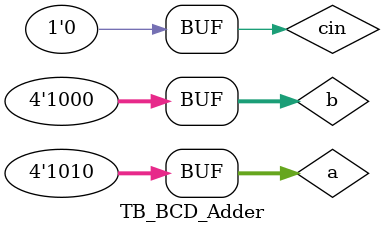
<source format=v>
module BCD_Adder(sum,cout,a,b,cin);
input [3:0]a,b;
input cin;
output [3:0]sum;
output cout;
wire[3:0]c,d;
wire[7:0]w;
bit4_AdderSub BA1(c,w[0],a,b,cin);
and(w[1],c[2],c[3]);
and(w[2],c[1],c[3]);
or(cout,w[0],w[1],w[2]);
assign d[0] = cin;
assign d[1] = cout;
assign d[2] = cout;
assign d[3] = cin;
bit4_AdderSub BA2(sum,w[4],c,d,cin);
endmodule

module TB_BCD_Adder;
reg [3:0]a,b;
reg cin;
wire [3:0]sum;
wire cout;
BCD_Adder BA(sum,cout,a,b,cin);

initial begin
	a=4'b1010; b = 4'b0000; cin = 1'b0;
	#100 a=4'b1010; b = 4'b0010; cin = 1'b0;
	#100 a=4'b1010; b = 4'b0011; cin = 1'b0;
	#100 a=4'b1010; b = 4'b0111; cin = 1'b0;
	#100 a=4'b1010; b = 4'b1000; cin = 1'b0;
	end
endmodule


</source>
